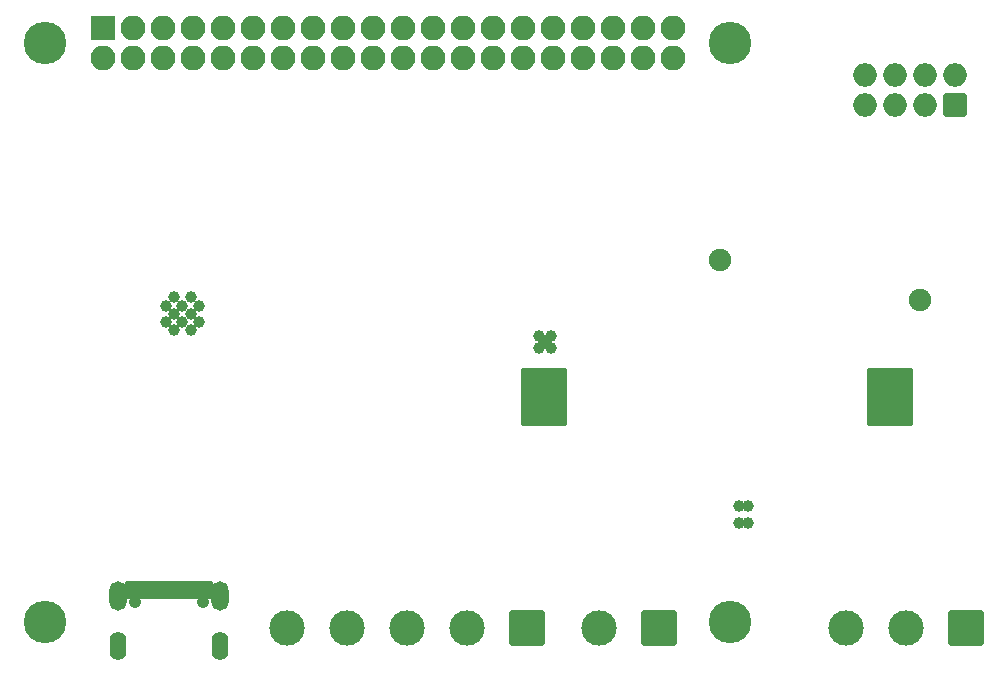
<source format=gbr>
%TF.GenerationSoftware,KiCad,Pcbnew,7.0.1*%
%TF.CreationDate,2024-03-07T06:40:02+01:00*%
%TF.ProjectId,AnthC,416e7468-432e-46b6-9963-61645f706362,M2-R4*%
%TF.SameCoordinates,Original*%
%TF.FileFunction,Soldermask,Bot*%
%TF.FilePolarity,Negative*%
%FSLAX46Y46*%
G04 Gerber Fmt 4.6, Leading zero omitted, Abs format (unit mm)*
G04 Created by KiCad (PCBNEW 7.0.1) date 2024-03-07 06:40:02*
%MOMM*%
%LPD*%
G01*
G04 APERTURE LIST*
G04 Aperture macros list*
%AMRoundRect*
0 Rectangle with rounded corners*
0 $1 Rounding radius*
0 $2 $3 $4 $5 $6 $7 $8 $9 X,Y pos of 4 corners*
0 Add a 4 corners polygon primitive as box body*
4,1,4,$2,$3,$4,$5,$6,$7,$8,$9,$2,$3,0*
0 Add four circle primitives for the rounded corners*
1,1,$1+$1,$2,$3*
1,1,$1+$1,$4,$5*
1,1,$1+$1,$6,$7*
1,1,$1+$1,$8,$9*
0 Add four rect primitives between the rounded corners*
20,1,$1+$1,$2,$3,$4,$5,0*
20,1,$1+$1,$4,$5,$6,$7,0*
20,1,$1+$1,$6,$7,$8,$9,0*
20,1,$1+$1,$8,$9,$2,$3,0*%
G04 Aperture macros list end*
%ADD10C,3.600000*%
%ADD11C,1.000000*%
%ADD12RoundRect,0.200000X-0.850000X0.850000X-0.850000X-0.850000X0.850000X-0.850000X0.850000X0.850000X0*%
%ADD13O,2.100000X2.100000*%
%ADD14C,1.050000*%
%ADD15RoundRect,0.200000X0.300000X0.575000X-0.300000X0.575000X-0.300000X-0.575000X0.300000X-0.575000X0*%
%ADD16RoundRect,0.200000X0.150000X0.575000X-0.150000X0.575000X-0.150000X-0.575000X0.150000X-0.575000X0*%
%ADD17O,1.400000X2.400000*%
%ADD18O,1.450000X2.500000*%
%ADD19RoundRect,0.200000X-1.750000X-2.250000X1.750000X-2.250000X1.750000X2.250000X-1.750000X2.250000X0*%
%ADD20RoundRect,0.200000X0.800000X-0.800000X0.800000X0.800000X-0.800000X0.800000X-0.800000X-0.800000X0*%
%ADD21O,2.000000X2.000000*%
%ADD22C,1.900000*%
%ADD23RoundRect,0.200000X1.300000X1.300000X-1.300000X1.300000X-1.300000X-1.300000X1.300000X-1.300000X0*%
%ADD24C,3.000000*%
G04 APERTURE END LIST*
D10*
%TO.C,MH1*%
X241500000Y-98500000D03*
%TD*%
%TO.C,MH3*%
X241500000Y-147500000D03*
%TD*%
%TO.C,MH4*%
X183500000Y-98500000D03*
%TD*%
%TO.C,MH2*%
X183500000Y-147500000D03*
%TD*%
D11*
%TO.C,U6*%
X194410000Y-122800000D03*
X195810000Y-122800000D03*
X193710000Y-122100000D03*
X195110000Y-122100000D03*
X196510000Y-122100000D03*
X194410000Y-121400000D03*
X195810000Y-121400000D03*
X193710000Y-120700000D03*
X195110000Y-120700000D03*
X196510000Y-120700000D03*
X194410000Y-120000000D03*
X195810000Y-120000000D03*
%TD*%
%TO.C,U9*%
X225300000Y-123300000D03*
X225300000Y-124300000D03*
X225800000Y-123800000D03*
X226300000Y-123300000D03*
X226300000Y-124300000D03*
%TD*%
%TO.C,U12*%
X242200000Y-137700000D03*
X242200000Y-139100000D03*
X243000000Y-137700000D03*
X243000000Y-139100000D03*
%TD*%
D12*
%TO.C,J3*%
X188372600Y-97232300D03*
D13*
X188372600Y-99772300D03*
X190912600Y-97232300D03*
X190912600Y-99772300D03*
X193452600Y-97232300D03*
X193452600Y-99772300D03*
X195992600Y-97232300D03*
X195992600Y-99772300D03*
X198532600Y-97232300D03*
X198532600Y-99772300D03*
X201072600Y-97232300D03*
X201072600Y-99772300D03*
X203612600Y-97232300D03*
X203612600Y-99772300D03*
X206152600Y-97232300D03*
X206152600Y-99772300D03*
X208692600Y-97232300D03*
X208692600Y-99772300D03*
X211232600Y-97232300D03*
X211232600Y-99772300D03*
X213772600Y-97232300D03*
X213772600Y-99772300D03*
X216312600Y-97232300D03*
X216312600Y-99772300D03*
X218852600Y-97232300D03*
X218852600Y-99772300D03*
X221392600Y-97232300D03*
X221392600Y-99772300D03*
X223932600Y-97232300D03*
X223932600Y-99772300D03*
X226472600Y-97232300D03*
X226472600Y-99772300D03*
X229012600Y-97232300D03*
X229012600Y-99772300D03*
X231552600Y-97232300D03*
X231552600Y-99772300D03*
X234092600Y-97232300D03*
X234092600Y-99772300D03*
X236632600Y-97232300D03*
X236632600Y-99772300D03*
%TD*%
D14*
%TO.C,J1*%
X196890000Y-145820000D03*
X191110000Y-145820000D03*
D15*
X197200000Y-144745000D03*
X196400000Y-144745000D03*
D16*
X195250000Y-144745000D03*
X194250000Y-144745000D03*
X193750000Y-144745000D03*
X192750000Y-144745000D03*
D15*
X190800000Y-144745000D03*
X191600000Y-144745000D03*
D16*
X192250000Y-144745000D03*
X193250000Y-144745000D03*
X194750000Y-144745000D03*
X195750000Y-144745000D03*
D17*
X198320000Y-149500000D03*
X189680000Y-149500000D03*
D18*
X198320000Y-145320000D03*
X189680000Y-145320000D03*
%TD*%
D19*
%TO.C,BT1*%
X255050000Y-128400000D03*
X225750000Y-128400000D03*
%TD*%
D20*
%TO.C,SW1*%
X260550000Y-103690000D03*
D21*
X258010000Y-103690000D03*
X255470000Y-103690000D03*
X252930000Y-103690000D03*
X252930000Y-101150000D03*
X255470000Y-101150000D03*
X258010000Y-101150000D03*
X260550000Y-101150000D03*
%TD*%
D22*
%TO.C,TP7*%
X240600000Y-116800000D03*
%TD*%
%TO.C,TP18*%
X257600000Y-120200000D03*
%TD*%
D23*
%TO.C,J5*%
X261460000Y-148000000D03*
D24*
X256380000Y-148000000D03*
X251300000Y-148000000D03*
%TD*%
D23*
%TO.C,J6*%
X235445000Y-148000000D03*
D24*
X230365000Y-148000000D03*
%TD*%
D23*
%TO.C,J2*%
X224320000Y-148000000D03*
D24*
X219240000Y-148000000D03*
X214160000Y-148000000D03*
X209080000Y-148000000D03*
X204000000Y-148000000D03*
%TD*%
M02*

</source>
